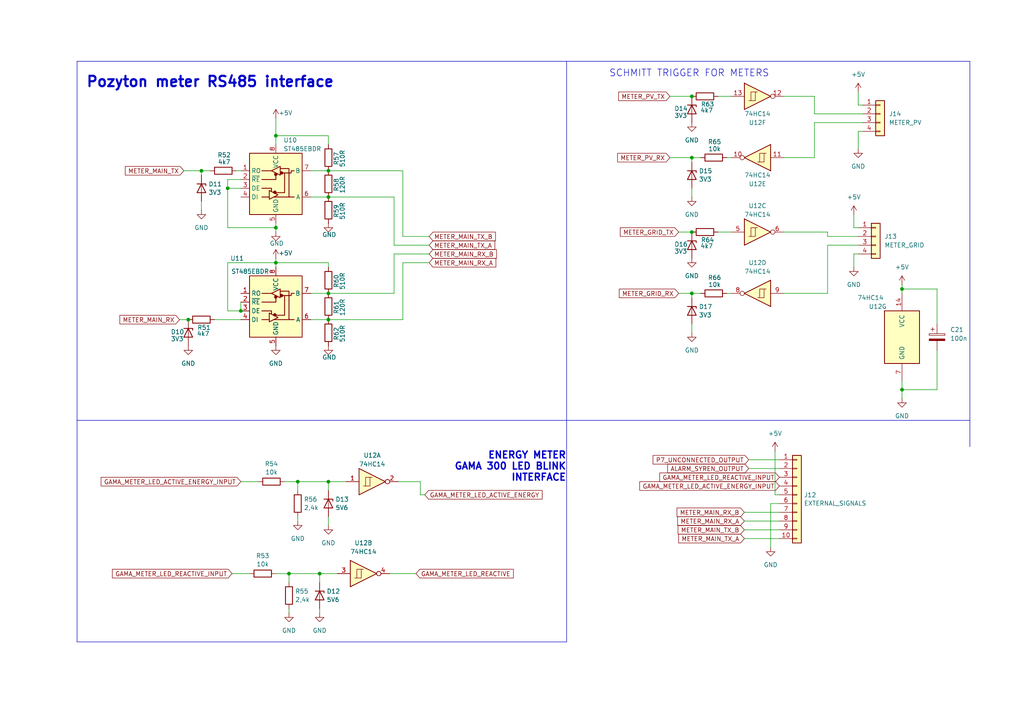
<source format=kicad_sch>
(kicad_sch (version 20231120) (generator "eeschema") (generator_version "8.0")
  (paper "A4")
  (lib_symbols
    (symbol "74xx:74HC14" (pin_names (offset 1.016))
      (property "Reference" "U" (at 0 1.27 0))
      (property "Value" "74HC14" (at 0 -1.27 0))
      (symbol "74HC14_1_0"
        (polyline (pts (xy -3.81 3.81) (xy -3.81 -3.81) (xy 3.81 0) (xy -3.81 3.81)) (stroke (width 0.254)) (fill (type background)))
        (pin input line (at -7.62 0 0) (length 3.81) (name "~") (number "1"))
        (pin output inverted (at 7.62 0 180) (length 3.81) (name "~") (number "2"))
      )
      (symbol "74HC14_1_1"
        (polyline (pts (xy -1.905 -1.27) (xy -1.905 1.27) (xy -0.635 1.27)))
        (polyline (pts (xy -2.54 -1.27) (xy -0.635 -1.27) (xy -0.635 1.27) (xy 0 1.27)))
      )
      (symbol "74HC14_2_0"
        (polyline (pts (xy -3.81 3.81) (xy -3.81 -3.81) (xy 3.81 0) (xy -3.81 3.81)) (stroke (width 0.254)) (fill (type background)))
        (pin input line (at -7.62 0 0) (length 3.81) (name "~") (number "3"))
        (pin output inverted (at 7.62 0 180) (length 3.81) (name "~") (number "4"))
      )
      (symbol "74HC14_2_1"
        (polyline (pts (xy -1.905 -1.27) (xy -1.905 1.27) (xy -0.635 1.27)))
        (polyline (pts (xy -2.54 -1.27) (xy -0.635 -1.27) (xy -0.635 1.27) (xy 0 1.27)))
      )
      (symbol "74HC14_3_0"
        (polyline (pts (xy -3.81 3.81) (xy -3.81 -3.81) (xy 3.81 0) (xy -3.81 3.81)) (stroke (width 0.254)) (fill (type background)))
        (pin input line (at -7.62 0 0) (length 3.81) (name "~") (number "5"))
        (pin output inverted (at 7.62 0 180) (length 3.81) (name "~") (number "6"))
      )
      (symbol "74HC14_3_1"
        (polyline (pts (xy -1.905 -1.27) (xy -1.905 1.27) (xy -0.635 1.27)))
        (polyline (pts (xy -2.54 -1.27) (xy -0.635 -1.27) (xy -0.635 1.27) (xy 0 1.27)))
      )
      (symbol "74HC14_4_0"
        (polyline (pts (xy -3.81 3.81) (xy -3.81 -3.81) (xy 3.81 0) (xy -3.81 3.81)) (stroke (width 0.254)) (fill (type background)))
        (pin output inverted (at 7.62 0 180) (length 3.81) (name "~") (number "8"))
        (pin input line (at -7.62 0 0) (length 3.81) (name "~") (number "9"))
      )
      (symbol "74HC14_4_1"
        (polyline (pts (xy -1.905 -1.27) (xy -1.905 1.27) (xy -0.635 1.27)))
        (polyline (pts (xy -2.54 -1.27) (xy -0.635 -1.27) (xy -0.635 1.27) (xy 0 1.27)))
      )
      (symbol "74HC14_5_0"
        (polyline (pts (xy -3.81 3.81) (xy -3.81 -3.81) (xy 3.81 0) (xy -3.81 3.81)) (stroke (width 0.254)) (fill (type background)))
        (pin output inverted (at 7.62 0 180) (length 3.81) (name "~") (number "10"))
        (pin input line (at -7.62 0 0) (length 3.81) (name "~") (number "11"))
      )
      (symbol "74HC14_5_1"
        (polyline (pts (xy -1.905 -1.27) (xy -1.905 1.27) (xy -0.635 1.27)))
        (polyline (pts (xy -2.54 -1.27) (xy -0.635 -1.27) (xy -0.635 1.27) (xy 0 1.27)))
      )
      (symbol "74HC14_6_0"
        (polyline (pts (xy -3.81 3.81) (xy -3.81 -3.81) (xy 3.81 0) (xy -3.81 3.81)) (stroke (width 0.254)) (fill (type background)))
        (pin output inverted (at 7.62 0 180) (length 3.81) (name "~") (number "12"))
        (pin input line (at -7.62 0 0) (length 3.81) (name "~") (number "13"))
      )
      (symbol "74HC14_6_1"
        (polyline (pts (xy -1.905 -1.27) (xy -1.905 1.27) (xy -0.635 1.27)))
        (polyline (pts (xy -2.54 -1.27) (xy -0.635 -1.27) (xy -0.635 1.27) (xy 0 1.27)))
      )
      (symbol "74HC14_7_0"
        (pin power_in line (at 0 12.7 270) (length 5.08) (name "VCC") (number "14"))
        (pin power_in line (at 0 -12.7 90) (length 5.08) (name "GND") (number "7"))
      )
      (symbol "74HC14_7_1"
        (rectangle (start -5.08 7.62) (end 5.08 -7.62) (stroke (width 0.254)) (fill (type background)))
      )
    )
    (symbol "Connector_Generic:Conn_01x04" (pin_names (offset 1.016) hide)
      (property "Reference" "J" (at 0 5.08 0))
      (property "Value" "Conn_01x04" (at 0 -7.62 0))
      (symbol "Conn_01x04_1_1"
        (rectangle (start -1.27 -4.953) (end 0 -5.207) (stroke (width 0.1524)))
        (rectangle (start -1.27 -2.413) (end 0 -2.667) (stroke (width 0.1524)))
        (rectangle (start -1.27 0.127) (end 0 -0.127) (stroke (width 0.1524)))
        (rectangle (start -1.27 2.667) (end 0 2.413) (stroke (width 0.1524)))
        (rectangle (start -1.27 3.81) (end 1.27 -6.35) (stroke (width 0.254)) (fill (type background)))
        (pin passive line (at -5.08 2.54 0) (length 3.81) (name "Pin_1") (number "1"))
        (pin passive line (at -5.08 0 0) (length 3.81) (name "Pin_2") (number "2"))
        (pin passive line (at -5.08 -2.54 0) (length 3.81) (name "Pin_3") (number "3"))
        (pin passive line (at -5.08 -5.08 0) (length 3.81) (name "Pin_4") (number "4"))
      )
    )
    (symbol "Connector_Generic:Conn_01x10" (pin_names (offset 1.016) hide)
      (property "Reference" "J" (at 0 12.7 0))
      (property "Value" "Conn_01x10" (at 0 -15.24 0))
      (symbol "Conn_01x10_1_1"
        (rectangle (start -1.27 -12.573) (end 0 -12.827) (stroke (width 0.1524)))
        (rectangle (start -1.27 -10.033) (end 0 -10.287) (stroke (width 0.1524)))
        (rectangle (start -1.27 -7.493) (end 0 -7.747) (stroke (width 0.1524)))
        (rectangle (start -1.27 -4.953) (end 0 -5.207) (stroke (width 0.1524)))
        (rectangle (start -1.27 -2.413) (end 0 -2.667) (stroke (width 0.1524)))
        (rectangle (start -1.27 0.127) (end 0 -0.127) (stroke (width 0.1524)))
        (rectangle (start -1.27 2.667) (end 0 2.413) (stroke (width 0.1524)))
        (rectangle (start -1.27 5.207) (end 0 4.953) (stroke (width 0.1524)))
        (rectangle (start -1.27 7.747) (end 0 7.493) (stroke (width 0.1524)))
        (rectangle (start -1.27 10.287) (end 0 10.033) (stroke (width 0.1524)))
        (rectangle (start -1.27 11.43) (end 1.27 -13.97) (stroke (width 0.254)) (fill (type background)))
        (pin passive line (at -5.08 10.16 0) (length 3.81) (name "Pin_1") (number "1"))
        (pin passive line (at -5.08 -12.7 0) (length 3.81) (name "Pin_10") (number "10"))
        (pin passive line (at -5.08 7.62 0) (length 3.81) (name "Pin_2") (number "2"))
        (pin passive line (at -5.08 5.08 0) (length 3.81) (name "Pin_3") (number "3"))
        (pin passive line (at -5.08 2.54 0) (length 3.81) (name "Pin_4") (number "4"))
        (pin passive line (at -5.08 0 0) (length 3.81) (name "Pin_5") (number "5"))
        (pin passive line (at -5.08 -2.54 0) (length 3.81) (name "Pin_6") (number "6"))
        (pin passive line (at -5.08 -5.08 0) (length 3.81) (name "Pin_7") (number "7"))
        (pin passive line (at -5.08 -7.62 0) (length 3.81) (name "Pin_8") (number "8"))
        (pin passive line (at -5.08 -10.16 0) (length 3.81) (name "Pin_9") (number "9"))
      )
    )
    (symbol "Device:C_Polarized" (pin_numbers hide) (pin_names (offset 0.254))
      (property "Reference" "C" (at 0.635 2.54 0))
      (property "Value" "C_Polarized" (at 0.635 -2.54 0))
      (symbol "C_Polarized_0_1"
        (rectangle (start -2.286 0.508) (end 2.286 1.016))
        (polyline (pts (xy -1.778 2.286) (xy -0.762 2.286)))
        (polyline (pts (xy -1.27 2.794) (xy -1.27 1.778)))
        (rectangle (start 2.286 -0.508) (end -2.286 -1.016) (fill (type outline)))
      )
      (symbol "C_Polarized_1_1"
        (pin passive line (at 0 3.81 270) (length 2.794) (name "~") (number "1"))
        (pin passive line (at 0 -3.81 90) (length 2.794) (name "~") (number "2"))
      )
    )
    (symbol "Device:D_Zener" (pin_numbers hide) (pin_names (offset 1.016) hide)
      (property "Reference" "D" (at 0 2.54 0))
      (property "Value" "D_Zener" (at 0 -2.54 0))
      (symbol "D_Zener_0_1"
        (polyline (pts (xy 1.27 0) (xy -1.27 0)))
        (polyline (pts (xy -1.27 -1.27) (xy -1.27 1.27) (xy -0.762 1.27)) (stroke (width 0.254)))
        (polyline (pts (xy 1.27 -1.27) (xy 1.27 1.27) (xy -1.27 0) (xy 1.27 -1.27)) (stroke (width 0.254)))
      )
      (symbol "D_Zener_1_1"
        (pin passive line (at -3.81 0 0) (length 2.54) (name "K") (number "1"))
        (pin passive line (at 3.81 0 180) (length 2.54) (name "A") (number "2"))
      )
    )
    (symbol "Device:R" (pin_numbers hide) (pin_names (offset 0))
      (property "Reference" "R" (at 2.032 0 90))
      (property "Value" "R" (at 0 0 90))
      (symbol "R_0_1"
        (rectangle (start -1.016 -2.54) (end 1.016 2.54) (stroke (width 0.254)))
      )
      (symbol "R_1_1"
        (pin passive line (at 0 3.81 270) (length 1.27) (name "~") (number "1"))
        (pin passive line (at 0 -3.81 90) (length 1.27) (name "~") (number "2"))
      )
    )
    (symbol "Interface_UART:ST485EBDR"
      (property "Reference" "U" (at -6.35 8.89 0))
      (property "Value" "ST485EBDR" (at 1.27 8.89 0))
      (symbol "ST485EBDR_0_1"
        (rectangle (start -7.62 7.62) (end 7.62 -10.16) (stroke (width 0.254)) (fill (type background)))
        (circle (center -0.3048 -3.683) (radius 0.3556) (stroke (width 0.254)) (fill (type outline)))
        (circle (center -0.0254 1.4986) (radius 0.3556) (stroke (width 0.254)) (fill (type outline)))
        (polyline (pts (xy -4.064 -5.08) (xy -1.905 -5.08)) (stroke (width 0.254)))
        (polyline (pts (xy -4.064 2.54) (xy -1.27 2.54)) (stroke (width 0.254)))
        (polyline (pts (xy -1.27 -3.2004) (xy -1.27 -3.4544)) (stroke (width 0.254)))
        (polyline (pts (xy -0.635 -5.08) (xy 5.334 -5.08)) (stroke (width 0.254)))
        (polyline (pts (xy -4.064 -2.54) (xy -1.27 -2.54) (xy -1.27 -3.175)) (stroke (width 0.254)))
        (polyline (pts (xy 0 1.27) (xy 0 0) (xy -4.064 0)) (stroke (width 0.254)))
        (polyline (pts (xy 1.27 3.175) (xy 3.81 3.175) (xy 3.81 -5.08)) (stroke (width 0.254)))
        (polyline (pts (xy 2.54 1.905) (xy 2.54 -3.81) (xy 0 -3.81)) (stroke (width 0.254)))
        (polyline (pts (xy -1.905 -3.175) (xy -1.905 -5.715) (xy 0.635 -4.445) (xy -1.905 -3.175)) (stroke (width 0.254)))
        (polyline (pts (xy -1.27 2.54) (xy 1.27 3.81) (xy 1.27 1.27) (xy -1.27 2.54)) (stroke (width 0.254)))
        (polyline (pts (xy 1.905 1.905) (xy 4.445 1.905) (xy 4.445 2.54) (xy 5.334 2.54)) (stroke (width 0.254)))
        (rectangle (start 1.27 3.175) (end 1.27 3.175))
        (circle (center 1.651 1.905) (radius 0.3556) (stroke (width 0.254)) (fill (type outline)))
      )
      (symbol "ST485EBDR_1_1"
        (pin output line (at -10.16 2.54 0) (length 2.54) (name "RO") (number "1"))
        (pin input line (at -10.16 0 0) (length 2.54) (name "~{RE}") (number "2"))
        (pin input line (at -10.16 -2.54 0) (length 2.54) (name "DE") (number "3"))
        (pin input line (at -10.16 -5.08 0) (length 2.54) (name "DI") (number "4"))
        (pin power_in line (at 0 -12.7 90) (length 2.54) (name "GND") (number "5"))
        (pin bidirectional line (at 10.16 -5.08 180) (length 2.54) (name "A") (number "6"))
        (pin bidirectional line (at 10.16 2.54 180) (length 2.54) (name "B") (number "7"))
        (pin power_in line (at 0 10.16 270) (length 2.54) (name "VCC") (number "8"))
      )
    )
    (symbol "power:+5V" (power) (pin_numbers hide) (pin_names (offset 0) hide)
      (property "Value" "+5V" (at 0 3.556 0))
      (symbol "+5V_0_1"
        (polyline (pts (xy -0.762 1.27) (xy 0 2.54)))
        (polyline (pts (xy 0 0) (xy 0 2.54)))
        (polyline (pts (xy 0 2.54) (xy 0.762 1.27)))
      )
      (symbol "+5V_1_1"
        (pin power_in line (at 0 0 90) (length 0) (name "~") (number "1"))
      )
    )
    (symbol "power:GND" (power) (pin_numbers hide) (pin_names (offset 0) hide)
      (property "Value" "GND" (at 0 -3.81 0))
      (symbol "GND_0_1"
        (polyline (pts (xy 0 0) (xy 0 -1.27) (xy 1.27 -1.27) (xy 0 -2.54) (xy -1.27 -1.27) (xy 0 -1.27)))
      )
      (symbol "GND_1_1"
        (pin power_in line (at 0 0 270) (length 0) (name "~") (number "1"))
      )
    )
  )
  (junction (at 69.85 90.17))
  (junction (at 95.25 92.71))
  (junction (at 261.62 113.03))
  (junction (at 95.25 85.09))
  (junction (at 200.66 27.94))
  (junction (at 95.25 49.53))
  (junction (at 95.25 139.7))
  (junction (at 200.66 45.72))
  (junction (at 54.61 92.71))
  (junction (at 200.66 67.31))
  (junction (at 80.01 76.2))
  (junction (at 92.71 166.37))
  (junction (at 261.62 83.82))
  (junction (at 86.36 139.7))
  (junction (at 95.25 57.15))
  (junction (at 80.01 39.37))
  (junction (at 200.66 85.09))
  (junction (at 66.04 54.61))
  (junction (at 80.01 66.04))
  (junction (at 58.42 49.53))
  (junction (at 83.82 166.37))
  (wire (pts (xy 247.65 66.04) (xy 247.65 62.23)))
  (wire (pts (xy 69.85 87.63) (xy 69.85 90.17)))
  (wire (pts (xy 116.84 49.53) (xy 95.25 49.53)))
  (wire (pts (xy 240.03 67.31) (xy 227.33 67.31)))
  (wire (pts (xy 66.04 66.04) (xy 66.04 54.61)))
  (wire (pts (xy 113.03 166.37) (xy 120.65 166.37)))
  (wire (pts (xy 52.07 92.71) (xy 54.61 92.71)))
  (wire (pts (xy 83.82 166.37) (xy 92.71 166.37)))
  (wire (pts (xy 114.3 57.15) (xy 114.3 71.12)))
  (wire (pts (xy 248.92 66.04) (xy 247.65 66.04)))
  (wire (pts (xy 210.82 85.09) (xy 212.09 85.09)))
  (wire (pts (xy 95.25 41.91) (xy 95.25 39.37)))
  (wire (pts (xy 208.28 67.31) (xy 212.09 67.31)))
  (wire (pts (xy 236.22 45.72) (xy 227.33 45.72)))
  (wire (pts (xy 236.22 33.02) (xy 236.22 27.94)))
  (wire (pts (xy 80.01 39.37) (xy 80.01 41.91)))
  (wire (pts (xy 217.17 133.35) (xy 226.06 133.35)))
  (polyline (pts (xy 281.305 129.54) (xy 281.305 17.78)))
  (wire (pts (xy 240.03 85.09) (xy 227.33 85.09)))
  (wire (pts (xy 261.62 113.03) (xy 261.62 110.49)))
  (wire (pts (xy 90.17 57.15) (xy 95.25 57.15)))
  (wire (pts (xy 236.22 35.56) (xy 236.22 45.72)))
  (wire (pts (xy 86.36 139.7) (xy 86.36 142.24)))
  (wire (pts (xy 92.71 166.37) (xy 92.71 168.91)))
  (wire (pts (xy 116.84 76.2) (xy 116.84 92.71)))
  (wire (pts (xy 248.92 30.48) (xy 248.92 26.67)))
  (wire (pts (xy 224.79 143.51) (xy 224.79 130.81)))
  (wire (pts (xy 194.31 27.94) (xy 200.66 27.94)))
  (wire (pts (xy 66.04 90.17) (xy 69.85 90.17)))
  (wire (pts (xy 200.66 46.99) (xy 200.66 45.72)))
  (wire (pts (xy 66.04 54.61) (xy 69.85 54.61)))
  (wire (pts (xy 95.25 139.7) (xy 95.25 142.24)))
  (wire (pts (xy 223.52 158.75) (xy 223.52 146.05)))
  (wire (pts (xy 58.42 58.42) (xy 58.42 60.96)))
  (polyline (pts (xy 175.26 17.78) (xy 22.352 17.78)))
  (wire (pts (xy 95.25 76.2) (xy 95.25 77.47)))
  (wire (pts (xy 68.58 49.53) (xy 69.85 49.53)))
  (wire (pts (xy 66.04 54.61) (xy 66.04 52.07)))
  (wire (pts (xy 67.31 166.37) (xy 72.39 166.37)))
  (wire (pts (xy 261.62 83.82) (xy 271.78 83.82)))
  (wire (pts (xy 200.66 45.72) (xy 203.2 45.72)))
  (wire (pts (xy 86.36 149.86) (xy 86.36 151.13)))
  (wire (pts (xy 250.19 33.02) (xy 236.22 33.02)))
  (wire (pts (xy 247.65 73.66) (xy 248.92 73.66)))
  (polyline (pts (xy 281.305 17.78) (xy 281.305 17.78)))
  (wire (pts (xy 250.19 30.48) (xy 248.92 30.48)))
  (wire (pts (xy 116.84 68.58) (xy 116.84 49.53)))
  (wire (pts (xy 271.78 101.6) (xy 271.78 113.03)))
  (wire (pts (xy 196.85 67.31) (xy 200.66 67.31)))
  (wire (pts (xy 80.01 76.2) (xy 80.01 77.47)))
  (wire (pts (xy 92.71 176.53) (xy 92.71 177.8)))
  (wire (pts (xy 95.25 57.15) (xy 114.3 57.15)))
  (wire (pts (xy 240.03 71.12) (xy 240.03 85.09)))
  (wire (pts (xy 80.01 76.2) (xy 66.04 76.2)))
  (wire (pts (xy 208.28 27.94) (xy 212.09 27.94)))
  (wire (pts (xy 200.66 93.98) (xy 200.66 96.52)))
  (wire (pts (xy 121.92 143.51) (xy 123.19 143.51)))
  (wire (pts (xy 58.42 50.8) (xy 58.42 49.53)))
  (wire (pts (xy 83.82 166.37) (xy 83.82 168.91)))
  (wire (pts (xy 248.92 71.12) (xy 240.03 71.12)))
  (polyline (pts (xy 175.26 17.78) (xy 281.305 17.78)))
  (wire (pts (xy 53.34 49.53) (xy 58.42 49.53)))
  (wire (pts (xy 210.82 45.72) (xy 212.09 45.72)))
  (wire (pts (xy 80.01 66.04) (xy 66.04 66.04)))
  (wire (pts (xy 80.01 67.31) (xy 80.01 66.04)))
  (wire (pts (xy 62.23 92.71) (xy 69.85 92.71)))
  (wire (pts (xy 80.01 39.37) (xy 95.25 39.37)))
  (wire (pts (xy 261.62 115.57) (xy 261.62 113.03)))
  (wire (pts (xy 69.85 139.7) (xy 74.93 139.7)))
  (wire (pts (xy 271.78 83.82) (xy 271.78 93.98)))
  (wire (pts (xy 114.3 85.09) (xy 95.25 85.09)))
  (polyline (pts (xy 164.338 17.78) (xy 164.338 129.54)))
  (wire (pts (xy 247.65 77.47) (xy 247.65 73.66)))
  (wire (pts (xy 58.42 49.53) (xy 60.96 49.53)))
  (wire (pts (xy 83.82 176.53) (xy 83.82 177.8)))
  (wire (pts (xy 215.9 153.67) (xy 226.06 153.67)))
  (wire (pts (xy 124.46 76.2) (xy 116.84 76.2)))
  (wire (pts (xy 114.3 71.12) (xy 124.46 71.12)))
  (wire (pts (xy 86.36 139.7) (xy 95.25 139.7)))
  (wire (pts (xy 248.92 38.1) (xy 250.19 38.1)))
  (wire (pts (xy 261.62 83.82) (xy 261.62 85.09)))
  (wire (pts (xy 116.84 92.71) (xy 95.25 92.71)))
  (wire (pts (xy 114.3 73.66) (xy 114.3 85.09)))
  (wire (pts (xy 250.19 35.56) (xy 236.22 35.56)))
  (wire (pts (xy 80.01 166.37) (xy 83.82 166.37)))
  (polyline (pts (xy 175.26 121.92) (xy 281.305 121.92)))
  (wire (pts (xy 261.62 113.03) (xy 271.78 113.03)))
  (wire (pts (xy 121.92 143.51) (xy 121.92 139.7)))
  (wire (pts (xy 95.25 49.53) (xy 90.17 49.53)))
  (wire (pts (xy 80.01 34.29) (xy 80.01 39.37)))
  (polyline (pts (xy 22.352 17.78) (xy 22.352 121.92)))
  (wire (pts (xy 194.31 45.72) (xy 200.66 45.72)))
  (wire (pts (xy 200.66 86.36) (xy 200.66 85.09)))
  (polyline (pts (xy 22.352 121.92) (xy 22.352 186.182)))
  (wire (pts (xy 95.25 85.09) (xy 90.17 85.09)))
  (polyline (pts (xy 22.352 186.182) (xy 164.338 186.182)))
  (wire (pts (xy 261.62 82.55) (xy 261.62 83.82)))
  (wire (pts (xy 215.9 151.13) (xy 226.06 151.13)))
  (wire (pts (xy 217.17 135.89) (xy 226.06 135.89)))
  (wire (pts (xy 196.85 85.09) (xy 200.66 85.09)))
  (wire (pts (xy 121.92 139.7) (xy 115.57 139.7)))
  (wire (pts (xy 200.66 54.61) (xy 200.66 57.15)))
  (wire (pts (xy 215.9 156.21) (xy 226.06 156.21)))
  (wire (pts (xy 124.46 73.66) (xy 114.3 73.66)))
  (wire (pts (xy 124.46 68.58) (xy 116.84 68.58)))
  (wire (pts (xy 82.55 139.7) (xy 86.36 139.7)))
  (wire (pts (xy 95.25 92.71) (xy 90.17 92.71)))
  (wire (pts (xy 95.25 139.7) (xy 100.33 139.7)))
  (wire (pts (xy 223.52 146.05) (xy 226.06 146.05)))
  (wire (pts (xy 80.01 74.93) (xy 80.01 76.2)))
  (polyline (pts (xy 22.352 121.92) (xy 175.26 121.92)))
  (wire (pts (xy 236.22 27.94) (xy 227.33 27.94)))
  (wire (pts (xy 95.25 149.86) (xy 95.25 152.4)))
  (wire (pts (xy 200.66 85.09) (xy 203.2 85.09)))
  (wire (pts (xy 80.01 66.04) (xy 80.01 64.77)))
  (wire (pts (xy 92.71 166.37) (xy 97.79 166.37)))
  (polyline (pts (xy 164.338 186.182) (xy 164.338 129.54)))
  (wire (pts (xy 226.06 143.51) (xy 224.79 143.51)))
  (wire (pts (xy 240.03 68.58) (xy 240.03 67.31)))
  (wire (pts (xy 80.01 76.2) (xy 95.25 76.2)))
  (wire (pts (xy 215.9 148.59) (xy 226.06 148.59)))
  (wire (pts (xy 66.04 76.2) (xy 66.04 90.17)))
  (wire (pts (xy 248.92 68.58) (xy 240.03 68.58)))
  (wire (pts (xy 66.04 52.07) (xy 69.85 52.07)))
  (wire (pts (xy 248.92 43.18) (xy 248.92 38.1)))
  (text "Pozyton meter RS485 interface" (at 60.96 23.876 0) (effects (font (size 3 3) (bold yes))))
  (text "ENERGY METER\nGAMA 300 LED BLINK\nINTERFACE" (at 164.338 135.382 0) (effects (font (size 2 2) (thickness 0.4) (bold yes)) (justify right)))
  (text "SCHMITT TRIGGER FOR METERS" (at 199.898 21.336 0) (effects (font (size 2 2))))
  (global_label "METER_MAIN_RX_A" (shape input) (at 215.9 151.13 180) (property "Intersheetrefs" "${INTERSHEET_REFS}" (effects (hide yes))))
  (global_label "METER_MAIN_TX_B" (shape input) (at 215.9 153.67 180) (property "Intersheetrefs" "${INTERSHEET_REFS}" (effects (hide yes))))
  (global_label "METER_GRID_RX" (shape input) (at 196.85 85.09 180) (property "Intersheetrefs" "${INTERSHEET_REFS}" (effects (hide yes))))
  (global_label "GAMA_METER_LED_ACTIVE_ENERGY_INPUT" (shape input) (at 226.06 140.97 180) (property "Intersheetrefs" "${INTERSHEET_REFS}" (effects (hide yes))))
  (global_label "METER_MAIN_RX_B" (shape input) (at 124.46 73.66 0) (property "Intersheetrefs" "${INTERSHEET_REFS}" (effects (hide yes))))
  (global_label "METER_MAIN_TX_A" (shape input) (at 124.46 71.12 0) (property "Intersheetrefs" "${INTERSHEET_REFS}" (effects (hide yes))))
  (global_label "METER_MAIN_RX" (shape input) (at 52.07 92.71 180) (property "Intersheetrefs" "${INTERSHEET_REFS}" (effects (hide yes))))
  (global_label "GAMA_METER_LED_REACTIVE_INPUT" (shape input) (at 226.06 138.43 180) (property "Intersheetrefs" "${INTERSHEET_REFS}" (effects (hide yes))))
  (global_label "METER_PV_RX" (shape input) (at 194.31 45.72 180) (property "Intersheetrefs" "${INTERSHEET_REFS}" (effects (hide yes))))
  (global_label "GAMA_METER_LED_REACTIVE_INPUT" (shape input) (at 67.31 166.37 180) (property "Intersheetrefs" "${INTERSHEET_REFS}" (effects (hide yes))))
  (global_label "METER_PV_TX" (shape input) (at 194.31 27.94 180) (property "Intersheetrefs" "${INTERSHEET_REFS}" (effects (hide yes))))
  (global_label "METER_MAIN_TX_A" (shape input) (at 215.9 156.21 180) (property "Intersheetrefs" "${INTERSHEET_REFS}" (effects (hide yes))))
  (global_label "METER_MAIN_TX_B" (shape input) (at 124.46 68.58 0) (property "Intersheetrefs" "${INTERSHEET_REFS}" (effects (hide yes))))
  (global_label "GAMA_METER_LED_REACTIVE" (shape input) (at 120.65 166.37 0) (property "Intersheetrefs" "${INTERSHEET_REFS}" (effects (hide yes))))
  (global_label "P7_UNCONNECTED_OUTPUT" (shape input) (at 217.17 133.35 180) (property "Intersheetrefs" "${INTERSHEET_REFS}" (effects (hide yes))))
  (global_label "ALARM_SYREN_OUTPUT" (shape input) (at 217.17 135.89 180) (property "Intersheetrefs" "${INTERSHEET_REFS}" (effects (hide yes))))
  (global_label "GAMA_METER_LED_ACTIVE_ENERGY" (shape input) (at 123.19 143.51 0) (property "Intersheetrefs" "${INTERSHEET_REFS}" (effects (hide yes))))
  (global_label "METER_MAIN_RX_A" (shape input) (at 124.46 76.2 0) (property "Intersheetrefs" "${INTERSHEET_REFS}" (effects (hide yes))))
  (global_label "METER_GRID_TX" (shape input) (at 196.85 67.31 180) (property "Intersheetrefs" "${INTERSHEET_REFS}" (effects (hide yes))))
  (global_label "METER_MAIN_RX_B" (shape input) (at 215.9 148.59 180) (property "Intersheetrefs" "${INTERSHEET_REFS}" (effects (hide yes))))
  (global_label "GAMA_METER_LED_ACTIVE_ENERGY_INPUT" (shape input) (at 69.85 139.7 180) (property "Intersheetrefs" "${INTERSHEET_REFS}" (effects (hide yes))))
  (global_label "METER_MAIN_TX" (shape input) (at 53.34 49.53 180) (property "Intersheetrefs" "${INTERSHEET_REFS}" (effects (hide yes))))
  (symbol (lib_id "Device:R") (at 95.25 60.96 180) (unit 1)
    (property "Reference" "R59" (at 97.536 61.214 90))
    (property "Value" "510R" (at 99.314 61.214 90))
    (property "Footprint" "Resistor_SMD:R_0805_2012Metric_Pad1.20x1.40mm_HandSolder" (effects (hide yes)))
    (property "Description" "Resistor" (effects (hide yes)))
  )
  (symbol (lib_id "Device:R") (at 86.36 146.05 0) (unit 1)
    (property "Reference" "R56" (at 88.138 144.8378 0) (effects (justify left)))
    (property "Value" "2,4k" (at 88.138 147.2621 0) (effects (justify left)))
    (property "Footprint" "Resistor_SMD:R_0805_2012Metric_Pad1.20x1.40mm_HandSolder" (effects (hide yes)))
    (property "Description" "Resistor" (effects (hide yes)))
  )
  (symbol (lib_id "Connector_Generic:Conn_01x10") (at 231.14 143.51 0) (unit 1)
    (property "Reference" "J12" (at 233.172 143.5678 0) (effects (justify left)))
    (property "Value" "EXTERNAL_SIGNALS" (at 233.172 145.9921 0) (effects (justify left)))
    (property "Footprint" "My-Footprints-connectors:CDDC-1,5-5-PV-3,5" (effects (hide yes)))
    (property "Description" "Generic connector, single row, 01x10, script generated (kicad-library-utils/schlib/autogen/connector/)" (effects (hide yes)))
  )
  (symbol (lib_id "power:GND") (at 95.25 152.4 0) (unit 1)
    (property "Reference" "#PWR099" (effects (hide yes)))
    (property "Value" "GND" (at 95.25 157.48 0))
    (property "Description" "Power symbol creates a global label with name \"GND\" , ground" (effects (hide yes)))
  )
  (symbol (lib_id "Device:D_Zener") (at 58.42 54.61 270) (unit 1)
    (property "Reference" "D11" (at 60.452 53.3978 90) (effects (justify left)))
    (property "Value" "3V3" (at 60.452 55.8221 90) (effects (justify left)))
    (property "Footprint" "Diode_SMD:D_MiniMELF" (effects (hide yes)))
    (property "Description" "Zener diode" (effects (hide yes)))
  )
  (symbol (lib_id "power:+5V") (at 247.65 62.23 0) (unit 1)
    (property "Reference" "#PWR0106" (effects (hide yes)))
    (property "Value" "+5V" (at 247.65 57.15 0))
    (property "Description" "Power symbol creates a global label with name \"+5V\"" (effects (hide yes)))
  )
  (symbol (lib_id "Device:D_Zener") (at 54.61 96.52 270) (unit 1)
    (property "Reference" "D10" (at 49.53 96.266 90) (effects (justify left)))
    (property "Value" "3V3" (at 49.53 98.298 90) (effects (justify left)))
    (property "Footprint" "Diode_SMD:D_MiniMELF" (effects (hide yes)))
    (property "Description" "Zener diode" (effects (hide yes)))
  )
  (symbol (lib_id "Device:C_Polarized") (at 271.78 97.79 0) (unit 1)
    (property "Reference" "C21" (at 275.59 95.6309 0) (effects (justify left)))
    (property "Value" "100n" (at 275.59 98.1709 0) (effects (justify left)))
    (property "Footprint" "Capacitor_SMD:C_0805_2012Metric" (effects (hide yes)))
    (property "Description" "Polarized capacitor" (effects (hide yes)))
  )
  (symbol (lib_id "Device:R") (at 78.74 139.7 90) (unit 1)
    (property "Reference" "R54" (at 78.74 134.5395 90))
    (property "Value" "10k" (at 78.74 136.9638 90))
    (property "Footprint" "Resistor_SMD:R_0805_2012Metric_Pad1.20x1.40mm_HandSolder" (effects (hide yes)))
    (property "Description" "Resistor" (effects (hide yes)))
  )
  (symbol (lib_id "power:GND") (at 83.82 177.8 0) (unit 1)
    (property "Reference" "#PWR094" (effects (hide yes)))
    (property "Value" "GND" (at 83.82 182.88 0))
    (property "Description" "Power symbol creates a global label with name \"GND\" , ground" (effects (hide yes)))
  )
  (symbol (lib_id "Device:D_Zener") (at 200.66 50.8 270) (unit 1)
    (property "Reference" "D15" (at 202.692 49.5878 90) (effects (justify left)))
    (property "Value" "3V3" (at 202.692 52.0121 90) (effects (justify left)))
    (property "Footprint" "Diode_SMD:D_MiniMELF" (effects (hide yes)))
    (property "Description" "Zener diode" (effects (hide yes)))
  )
  (symbol (lib_id "74xx:74HC14") (at 219.71 27.94 0) (unit 6)
    (property "Reference" "U12" (at 219.71 35.56 0))
    (property "Value" "74HC14" (at 219.71 33.02 0))
    (property "Footprint" "Package_SO:SOIC-14_3.9x8.7mm_P1.27mm" (effects (hide yes)))
    (property "Datasheet" "http://www.ti.com/lit/gpn/sn74HC14" (effects (hide yes)))
    (property "Description" "Hex inverter schmitt trigger" (effects (hide yes)))
  )
  (symbol (lib_id "Device:R") (at 95.25 96.52 180) (unit 1)
    (property "Reference" "R62" (at 97.536 96.774 90))
    (property "Value" "510R" (at 99.314 96.774 90))
    (property "Footprint" "Resistor_SMD:R_0805_2012Metric_Pad1.20x1.40mm_HandSolder" (effects (hide yes)))
    (property "Description" "Resistor" (effects (hide yes)))
  )
  (symbol (lib_id "74xx:74HC14") (at 219.71 45.72 180) (unit 5)
    (property "Reference" "U12" (at 219.71 53.34 0))
    (property "Value" "74HC14" (at 219.71 50.8 0))
    (property "Footprint" "Package_SO:SOIC-14_3.9x8.7mm_P1.27mm" (effects (hide yes)))
    (property "Datasheet" "http://www.ti.com/lit/gpn/sn74HC14" (effects (hide yes)))
    (property "Description" "Hex inverter schmitt trigger" (effects (hide yes)))
  )
  (symbol (lib_id "Device:D_Zener") (at 200.66 71.12 270) (unit 1)
    (property "Reference" "D16" (at 195.58 70.866 90) (effects (justify left)))
    (property "Value" "3V3" (at 195.58 72.898 90) (effects (justify left)))
    (property "Footprint" "Diode_SMD:D_MiniMELF" (effects (hide yes)))
    (property "Description" "Zener diode" (effects (hide yes)))
  )
  (symbol (lib_id "power:GND") (at 80.01 67.31 0) (unit 1)
    (property "Reference" "#PWR091" (effects (hide yes)))
    (property "Value" "GND" (at 80.264 70.612 0))
    (property "Description" "Power symbol creates a global label with name \"GND\" , ground" (effects (hide yes)))
  )
  (symbol (lib_id "Device:R") (at 64.77 49.53 90) (unit 1)
    (property "Reference" "R52" (at 65.024 44.958 90))
    (property "Value" "4k7" (at 65.024 46.99 90))
    (property "Footprint" "Resistor_SMD:R_0805_2012Metric_Pad1.20x1.40mm_HandSolder" (effects (hide yes)))
    (property "Description" "Resistor" (effects (hide yes)))
  )
  (symbol (lib_id "power:GND") (at 261.62 115.57 0) (unit 1)
    (property "Reference" "#PWR0111" (effects (hide yes)))
    (property "Value" "GND" (at 261.62 120.65 0))
    (property "Description" "Power symbol creates a global label with name \"GND\" , ground" (effects (hide yes)))
  )
  (symbol (lib_id "power:GND") (at 58.42 60.96 0) (unit 1)
    (property "Reference" "#PWR089" (effects (hide yes)))
    (property "Value" "GND" (at 58.42 66.04 0))
    (property "Description" "Power symbol creates a global label with name \"GND\" , ground" (effects (hide yes)))
  )
  (symbol (lib_id "74xx:74HC14") (at 105.41 166.37 0) (unit 2)
    (property "Reference" "U12" (at 105.41 157.48 0))
    (property "Value" "74HC14" (at 105.41 160.02 0))
    (property "Footprint" "Package_SO:SOIC-14_3.9x8.7mm_P1.27mm" (effects (hide yes)))
    (property "Datasheet" "http://www.ti.com/lit/gpn/sn74HC14" (effects (hide yes)))
    (property "Description" "Hex inverter schmitt trigger" (effects (hide yes)))
  )
  (symbol (lib_id "power:GND") (at 200.66 96.52 0) (unit 1)
    (property "Reference" "#PWR0103" (effects (hide yes)))
    (property "Value" "GND" (at 200.66 101.6 0))
    (property "Description" "Power symbol creates a global label with name \"GND\" , ground" (effects (hide yes)))
  )
  (symbol (lib_id "Device:D_Zener") (at 95.25 146.05 270) (unit 1)
    (property "Reference" "D13" (at 97.282 144.8378 90) (effects (justify left)))
    (property "Value" "5V6" (at 97.282 147.2621 90) (effects (justify left)))
    (property "Footprint" "Diode_SMD:D_MiniMELF" (effects (hide yes)))
    (property "Description" "Zener diode" (effects (hide yes)))
  )
  (symbol (lib_id "power:GND") (at 80.01 100.33 0) (unit 1)
    (property "Reference" "#PWR093" (effects (hide yes)))
    (property "Value" "GND" (at 80.01 105.41 0))
    (property "Description" "Power symbol creates a global label with name \"GND\" , ground" (effects (hide yes)))
  )
  (symbol (lib_id "Device:R") (at 207.01 45.72 90) (unit 1)
    (property "Reference" "R65" (at 207.264 41.148 90))
    (property "Value" "10k" (at 207.264 43.18 90))
    (property "Footprint" "Resistor_SMD:R_0805_2012Metric_Pad1.20x1.40mm_HandSolder" (effects (hide yes)))
    (property "Description" "Resistor" (effects (hide yes)))
  )
  (symbol (lib_id "Device:D_Zener") (at 200.66 90.17 270) (unit 1)
    (property "Reference" "D17" (at 202.692 88.9578 90) (effects (justify left)))
    (property "Value" "3V3" (at 202.692 91.3821 90) (effects (justify left)))
    (property "Footprint" "Diode_SMD:D_MiniMELF" (effects (hide yes)))
    (property "Description" "Zener diode" (effects (hide yes)))
  )
  (symbol (lib_id "Device:R") (at 204.47 27.94 90) (unit 1)
    (property "Reference" "R63" (at 205.232 30.226 90))
    (property "Value" "4k7" (at 204.978 32.004 90))
    (property "Footprint" "Resistor_SMD:R_0805_2012Metric_Pad1.20x1.40mm_HandSolder" (effects (hide yes)))
    (property "Description" "Resistor" (effects (hide yes)))
  )
  (symbol (lib_id "Device:R") (at 95.25 81.28 180) (unit 1)
    (property "Reference" "R60" (at 97.536 81.534 90))
    (property "Value" "510R" (at 99.314 81.534 90))
    (property "Footprint" "Resistor_SMD:R_0805_2012Metric_Pad1.20x1.40mm_HandSolder" (effects (hide yes)))
    (property "Description" "Resistor" (effects (hide yes)))
  )
  (symbol (lib_id "power:+5V") (at 261.62 82.55 0) (unit 1)
    (property "Reference" "#PWR0110" (effects (hide yes)))
    (property "Value" "+5V" (at 261.62 77.47 0))
    (property "Description" "Power symbol creates a global label with name \"+5V\"" (effects (hide yes)))
  )
  (symbol (lib_id "power:GND") (at 248.92 43.18 0) (unit 1)
    (property "Reference" "#PWR0109" (effects (hide yes)))
    (property "Value" "GND" (at 248.92 48.26 0))
    (property "Description" "Power symbol creates a global label with name \"GND\" , ground" (effects (hide yes)))
  )
  (symbol (lib_id "power:+5V") (at 80.01 34.29 0) (unit 1)
    (property "Reference" "#PWR090" (effects (hide yes)))
    (property "Value" "+5V" (at 82.804 32.766 0))
    (property "Description" "Power symbol creates a global label with name \"+5V\"" (effects (hide yes)))
  )
  (symbol (lib_id "74xx:74HC14") (at 219.71 67.31 0) (unit 3)
    (property "Reference" "U12" (at 219.71 59.69 0))
    (property "Value" "74HC14" (at 219.71 62.23 0))
    (property "Footprint" "Package_SO:SOIC-14_3.9x8.7mm_P1.27mm" (effects (hide yes)))
    (property "Datasheet" "http://www.ti.com/lit/gpn/sn74HC14" (effects (hide yes)))
    (property "Description" "Hex inverter schmitt trigger" (effects (hide yes)))
  )
  (symbol (lib_id "Device:R") (at 76.2 166.37 90) (unit 1)
    (property "Reference" "R53" (at 76.2 161.2095 90))
    (property "Value" "10k" (at 76.2 163.6338 90))
    (property "Footprint" "Resistor_SMD:R_0805_2012Metric_Pad1.20x1.40mm_HandSolder" (effects (hide yes)))
    (property "Description" "Resistor" (effects (hide yes)))
  )
  (symbol (lib_id "power:+5V") (at 224.79 130.81 0) (unit 1)
    (property "Reference" "#PWR0105" (effects (hide yes)))
    (property "Value" "+5V" (at 224.79 125.73 0))
    (property "Description" "Power symbol creates a global label with name \"+5V\"" (effects (hide yes)))
  )
  (symbol (lib_id "power:GND") (at 95.25 64.77 0) (unit 1)
    (property "Reference" "#PWR097" (effects (hide yes)))
    (property "Value" "GND" (at 95.504 68.072 0))
    (property "Description" "Power symbol creates a global label with name \"GND\" , ground" (effects (hide yes)))
  )
  (symbol (lib_id "Device:R") (at 95.25 88.9 180) (unit 1)
    (property "Reference" "R61" (at 97.536 89.154 90))
    (property "Value" "120R" (at 99.314 89.154 90))
    (property "Footprint" "Resistor_SMD:R_0805_2012Metric_Pad1.20x1.40mm_HandSolder" (effects (hide yes)))
    (property "Description" "Resistor" (effects (hide yes)))
  )
  (symbol (lib_id "Connector_Generic:Conn_01x04") (at 255.27 33.02 0) (unit 1)
    (property "Reference" "J14" (at 257.81 33.0199 0) (effects (justify left)))
    (property "Value" "METER_PV" (at 257.81 35.5599 0) (effects (justify left)))
    (property "Footprint" "Connector_JST:JST_EH_B4B-EH-A_1x04_P2.50mm_Vertical" (effects (hide yes)))
    (property "Description" "Generic connector, single row, 01x04, script generated (kicad-library-utils/schlib/autogen/connector/)" (effects (hide yes)))
  )
  (symbol (lib_id "power:+5V") (at 248.92 26.67 0) (unit 1)
    (property "Reference" "#PWR0108" (effects (hide yes)))
    (property "Value" "+5V" (at 248.92 21.59 0))
    (property "Description" "Power symbol creates a global label with name \"+5V\"" (effects (hide yes)))
  )
  (symbol (lib_id "Device:D_Zener") (at 92.71 172.72 270) (unit 1)
    (property "Reference" "D12" (at 94.742 171.5078 90) (effects (justify left)))
    (property "Value" "5V6" (at 94.742 173.9321 90) (effects (justify left)))
    (property "Footprint" "Diode_SMD:D_MiniMELF" (effects (hide yes)))
    (property "Description" "Zener diode" (effects (hide yes)))
  )
  (symbol (lib_id "Device:R") (at 204.47 67.31 90) (unit 1)
    (property "Reference" "R64" (at 205.232 69.596 90))
    (property "Value" "4k7" (at 204.978 71.374 90))
    (property "Footprint" "Resistor_SMD:R_0805_2012Metric_Pad1.20x1.40mm_HandSolder" (effects (hide yes)))
    (property "Description" "Resistor" (effects (hide yes)))
  )
  (symbol (lib_id "Device:D_Zener") (at 200.66 31.75 270) (unit 1)
    (property "Reference" "D14" (at 195.58 31.496 90) (effects (justify left)))
    (property "Value" "3V3" (at 195.58 33.528 90) (effects (justify left)))
    (property "Footprint" "Diode_SMD:D_MiniMELF" (effects (hide yes)))
    (property "Description" "Zener diode" (effects (hide yes)))
  )
  (symbol (lib_id "Connector_Generic:Conn_01x04") (at 254 68.58 0) (unit 1)
    (property "Reference" "J13" (at 256.54 68.5799 0) (effects (justify left)))
    (property "Value" "METER_GRID" (at 256.54 71.1199 0) (effects (justify left)))
    (property "Footprint" "Connector_JST:JST_EH_B4B-EH-A_1x04_P2.50mm_Vertical" (effects (hide yes)))
    (property "Description" "Generic connector, single row, 01x04, script generated (kicad-library-utils/schlib/autogen/connector/)" (effects (hide yes)))
  )
  (symbol (lib_id "power:GND") (at 200.66 57.15 0) (unit 1)
    (property "Reference" "#PWR0101" (effects (hide yes)))
    (property "Value" "GND" (at 200.66 62.23 0))
    (property "Description" "Power symbol creates a global label with name \"GND\" , ground" (effects (hide yes)))
  )
  (symbol (lib_id "power:GND") (at 200.66 35.56 0) (unit 1)
    (property "Reference" "#PWR0100" (effects (hide yes)))
    (property "Value" "GND" (at 200.66 40.64 0))
    (property "Description" "Power symbol creates a global label with name \"GND\" , ground" (effects (hide yes)))
  )
  (symbol (lib_id "74xx:74HC14") (at 219.71 85.09 180) (unit 4)
    (property "Reference" "U12" (at 219.71 76.2 0))
    (property "Value" "74HC14" (at 219.71 78.74 0))
    (property "Footprint" "Package_SO:SOIC-14_3.9x8.7mm_P1.27mm" (effects (hide yes)))
    (property "Datasheet" "http://www.ti.com/lit/gpn/sn74HC14" (effects (hide yes)))
    (property "Description" "Hex inverter schmitt trigger" (effects (hide yes)))
  )
  (symbol (lib_id "power:GND") (at 92.71 177.8 0) (unit 1)
    (property "Reference" "#PWR096" (effects (hide yes)))
    (property "Value" "GND" (at 92.71 182.88 0))
    (property "Description" "Power symbol creates a global label with name \"GND\" , ground" (effects (hide yes)))
  )
  (symbol (lib_id "Interface_UART:ST485EBDR") (at 80.01 87.63 0) (unit 1)
    (property "Reference" "U11" (at 66.802 74.93 0) (effects (justify left)))
    (property "Value" "ST485EBDR" (at 67.056 78.74 0) (effects (justify left)))
    (property "Footprint" "Package_SO:SOIC-8_3.9x4.9mm_P1.27mm" (effects (hide yes)))
    (property "Datasheet" "http://www.st.com/resource/en/datasheet/st485eb.pdf" (effects (hide yes)))
    (property "Description" "Half duplex RS-485/RS-422, 5 Mbps, ±15kV electro-static discharge (ESD) protection, no slew-rate, with low-power shutdown, with receiver/driver enable, 256 transceiver on the bus - 40 to 85 °C, SOIC-8" (effects (hide yes)))
  )
  (symbol (lib_id "Device:R") (at 207.01 85.09 90) (unit 1)
    (property "Reference" "R66" (at 207.264 80.518 90))
    (property "Value" "10k" (at 207.264 82.55 90))
    (property "Footprint" "Resistor_SMD:R_0805_2012Metric_Pad1.20x1.40mm_HandSolder" (effects (hide yes)))
    (property "Description" "Resistor" (effects (hide yes)))
  )
  (symbol (lib_id "power:GND") (at 86.36 151.13 0) (unit 1)
    (property "Reference" "#PWR095" (effects (hide yes)))
    (property "Value" "GND" (at 86.36 156.21 0))
    (property "Description" "Power symbol creates a global label with name \"GND\" , ground" (effects (hide yes)))
  )
  (symbol (lib_id "Interface_UART:ST485EBDR") (at 80.01 52.07 0) (unit 1)
    (property "Reference" "U10" (at 82.2041 40.64 0) (effects (justify left)))
    (property "Value" "ST485EBDR" (at 82.2041 43.18 0) (effects (justify left)))
    (property "Footprint" "Package_SO:SOIC-8_3.9x4.9mm_P1.27mm" (effects (hide yes)))
    (property "Datasheet" "http://www.st.com/resource/en/datasheet/st485eb.pdf" (effects (hide yes)))
    (property "Description" "Half duplex RS-485/RS-422, 5 Mbps, ±15kV electro-static discharge (ESD) protection, no slew-rate, with low-power shutdown, with receiver/driver enable, 256 transceiver on the bus - 40 to 85 °C, SOIC-8" (effects (hide yes)))
  )
  (symbol (lib_id "power:GND") (at 247.65 77.47 0) (unit 1)
    (property "Reference" "#PWR0107" (effects (hide yes)))
    (property "Value" "GND" (at 247.65 82.55 0))
    (property "Description" "Power symbol creates a global label with name \"GND\" , ground" (effects (hide yes)))
  )
  (symbol (lib_id "power:GND") (at 95.25 100.33 0) (unit 1)
    (property "Reference" "#PWR098" (effects (hide yes)))
    (property "Value" "GND" (at 95.504 103.632 0))
    (property "Description" "Power symbol creates a global label with name \"GND\" , ground" (effects (hide yes)))
  )
  (symbol (lib_id "power:GND") (at 223.52 158.75 0) (unit 1)
    (property "Reference" "#PWR0104" (effects (hide yes)))
    (property "Value" "GND" (at 223.52 163.83 0))
    (property "Description" "Power symbol creates a global label with name \"GND\" , ground" (effects (hide yes)))
  )
  (symbol (lib_id "power:GND") (at 54.61 100.33 0) (unit 1)
    (property "Reference" "#PWR088" (effects (hide yes)))
    (property "Value" "GND" (at 54.61 105.41 0))
    (property "Description" "Power symbol creates a global label with name \"GND\" , ground" (effects (hide yes)))
  )
  (symbol (lib_id "74xx:74HC14") (at 107.95 139.7 0) (unit 1)
    (property "Reference" "U12" (at 107.95 132.08 0))
    (property "Value" "74HC14" (at 107.95 134.62 0))
    (property "Footprint" "Package_SO:SOIC-14_3.9x8.7mm_P1.27mm" (effects (hide yes)))
    (property "Datasheet" "http://www.ti.com/lit/gpn/sn74HC14" (effects (hide yes)))
    (property "Description" "Hex inverter schmitt trigger" (effects (hide yes)))
  )
  (symbol (lib_id "Device:R") (at 58.42 92.71 90) (unit 1)
    (property "Reference" "R51" (at 59.182 94.996 90))
    (property "Value" "4k7" (at 58.928 96.774 90))
    (property "Footprint" "Resistor_SMD:R_0805_2012Metric_Pad1.20x1.40mm_HandSolder" (effects (hide yes)))
    (property "Description" "Resistor" (effects (hide yes)))
  )
  (symbol (lib_id "Device:R") (at 95.25 53.34 180) (unit 1)
    (property "Reference" "R58" (at 97.536 53.594 90))
    (property "Value" "120R" (at 99.314 53.594 90))
    (property "Footprint" "Resistor_SMD:R_0805_2012Metric_Pad1.20x1.40mm_HandSolder" (effects (hide yes)))
    (property "Description" "Resistor" (effects (hide yes)))
  )
  (symbol (lib_id "Device:R") (at 95.25 45.72 180) (unit 1)
    (property "Reference" "R57" (at 97.536 45.974 90))
    (property "Value" "510R" (at 99.314 45.974 90))
    (property "Footprint" "Resistor_SMD:R_0805_2012Metric_Pad1.20x1.40mm_HandSolder" (effects (hide yes)))
    (property "Description" "Resistor" (effects (hide yes)))
  )
  (symbol (lib_id "Device:R") (at 83.82 172.72 0) (unit 1)
    (property "Reference" "R55" (at 85.598 171.5078 0) (effects (justify left)))
    (property "Value" "2,4k" (at 85.598 173.9321 0) (effects (justify left)))
    (property "Footprint" "Resistor_SMD:R_0805_2012Metric_Pad1.20x1.40mm_HandSolder" (effects (hide yes)))
    (property "Description" "Resistor" (effects (hide yes)))
  )
  (symbol (lib_id "74xx:74HC14") (at 261.62 97.79 0) (unit 7)
    (property "Reference" "U12" (at 251.968 88.9 0) (effects (justify left)))
    (property "Value" "74HC14" (at 248.666 86.36 0) (effects (justify left)))
    (property "Footprint" "Package_SO:SOIC-14_3.9x8.7mm_P1.27mm" (effects (hide yes)))
    (property "Datasheet" "http://www.ti.com/lit/gpn/sn74HC14" (effects (hide yes)))
    (property "Description" "Hex inverter schmitt trigger" (effects (hide yes)))
  )
  (symbol (lib_id "power:GND") (at 200.66 74.93 0) (unit 1)
    (property "Reference" "#PWR0102" (effects (hide yes)))
    (property "Value" "GND" (at 200.66 80.01 0))
    (property "Description" "Power symbol creates a global label with name \"GND\" , ground" (effects (hide yes)))
  )
  (symbol (lib_id "power:+5V") (at 80.01 74.93 0) (unit 1)
    (property "Reference" "#PWR092" (effects (hide yes)))
    (property "Value" "+5V" (at 82.804 73.406 0))
    (property "Description" "Power symbol creates a global label with name \"+5V\"" (effects (hide yes)))
  )
)
</source>
